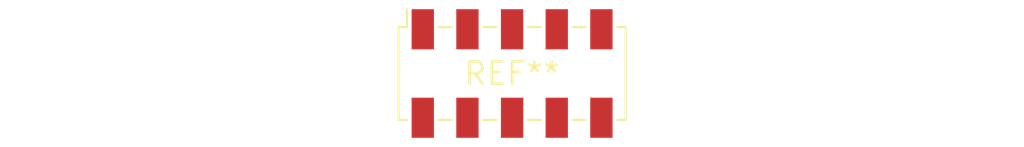
<source format=kicad_pcb>
(kicad_pcb (version 20240108) (generator pcbnew)
  (layers (0 "F.Cu" signal) (31 "B.Cu" signal) (34 "B.Paste" user) (35 "F.Paste" user) (36 "B.SilkS" user "B.Silkscreen") (37 "F.SilkS" user "F.Silkscreen") (38 "B.Mask" user) (39 "F.Mask" user) (44 "Edge.Cuts" user))
  (net 0 "")
  (footprint "Samtec_HLE-105-02-xxx-DV-A_2x05_P2.54mm_Horizontal" (layer "F.Cu") (at 0 0)
    (property "Reference" "REF**")
    (property "Value" "Samtec_HLE-105-02-xxx-DV-A_2x05_P2.54mm_Horizontal")
    (fp_line (start -6.46 -2.65) (end -6.46 2.65) (layer "F.SilkS") (stroke (width 0.12)))
    (fp_line (start -6.46 2.65) (end -5.975 2.65) (layer "F.SilkS") (stroke (width 0.12)))
    (fp_line (start -5.975 -3.67) (end -5.975 -2.65) (layer "F.SilkS") (stroke (width 0.12)))
    (fp_line (start -5.975 -2.65) (end -6.46 -2.65) (layer "F.SilkS") (stroke (width 0.12)))
    (fp_line (start -4.185 -2.65) (end -3.435 -2.65) (layer "F.SilkS") (stroke (width 0.12)))
    (fp_line (start -4.185 2.65) (end -3.435 2.65) (layer "F.SilkS") (stroke (width 0.12)))
    (fp_line (start -1.645 -2.65) (end -0.895 -2.65) (layer "F.SilkS") (stroke (width 0.12)))
    (fp_line (start -1.645 2.65) (end -0.895 2.65) (layer "F.SilkS") (stroke (width 0.12)))
    (fp_line (start 0.895 -2.65) (end 1.645 -2.65) (layer "F.SilkS") (stroke (width 0.12)))
    (fp_line (start 0.895 2.65) (end 1.645 2.65) (layer "F.SilkS") (stroke (width 0.12)))
    (fp_line (start 3.435 -2.65) (end 4.185 -2.65) (layer "F.SilkS") (stroke (width 0.12)))
    (fp_line (start 3.435 2.65) (end 4.185 2.65) (layer "F.SilkS") (stroke (width 0.12)))
    (fp_line (start 5.975 -2.65) (end 6.46 -2.65) (layer "F.SilkS") (stroke (width 0.12)))
    (fp_line (start 6.46 -2.65) (end 6.46 2.65) (layer "F.SilkS") (stroke (width 0.12)))
    (fp_line (start 6.46 2.65) (end 5.975 2.65) (layer "F.SilkS") (stroke (width 0.12)))
    (pad "" np_thru_hole circle (at -3.81 0) (size 1.78 1.78) (drill 1.78) (layers *.Cu *.Mask))
    (pad "" np_thru_hole circle (at 3.81 0) (size 1.78 1.78) (drill 1.78) (layers *.Cu *.Mask))
    (pad "1" smd rect (at -5.08 -2.525) (size 1.27 2.29) (layers "F.Cu" "F.Paste" "F.Mask"))
    (pad "2" smd rect (at -5.08 2.525) (size 1.27 2.29) (layers "F.Cu" "F.Paste" "F.Mask"))
    (pad "3" smd rect (at -2.54 -2.525) (size 1.27 2.29) (layers "F.Cu" "F.Paste" "F.Mask"))
    (pad "4" smd rect (at -2.54 2.525) (size 1.27 2.29) (layers "F.Cu" "F.Paste" "F.Mask"))
    (pad "5" smd rect (at 0 -2.525) (size 1.27 2.29) (layers "F.Cu" "F.Paste" "F.Mask"))
    (pad "6" smd rect (at 0 2.525) (size 1.27 2.29) (layers "F.Cu" "F.Paste" "F.Mask"))
    (pad "7" smd rect (at 2.54 -2.525) (size 1.27 2.29) (layers "F.Cu" "F.Paste" "F.Mask"))
    (pad "8" smd rect (at 2.54 2.525) (size 1.27 2.29) (layers "F.Cu" "F.Paste" "F.Mask"))
    (pad "9" smd rect (at 5.08 -2.525) (size 1.27 2.29) (layers "F.Cu" "F.Paste" "F.Mask"))
    (pad "10" smd rect (at 5.08 2.525) (size 1.27 2.29) (layers "F.Cu" "F.Paste" "F.Mask"))
  )
)
</source>
